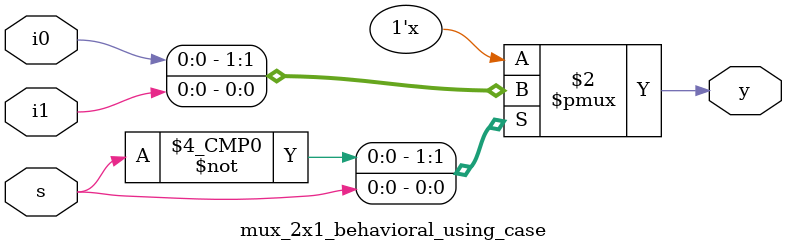
<source format=v>
`timescale 10ns/10ps

module mux_2x1_behavioral_using_case(i0,i1,s,y);

output y;
input i0, i1, s;

reg y;

always @(i0 or i1 or s)
begin

case (s)
     
     0 : y=i0;
     1 : y=i1;
     default : y = 1'bx;

endcase



end

endmodule
</source>
